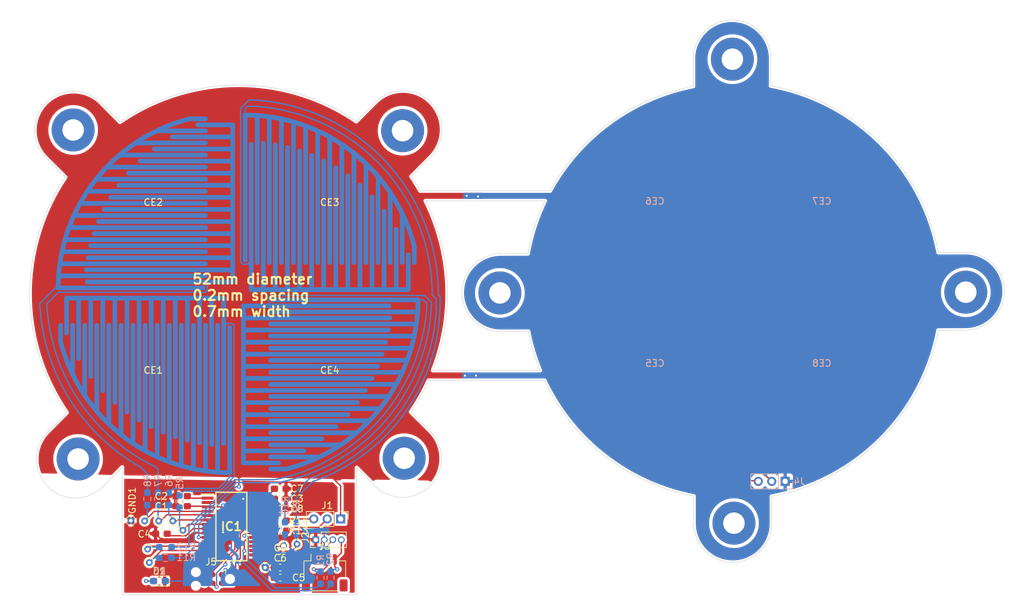
<source format=kicad_pcb>
(kicad_pcb (version 20241229) (generator "pcbnew") (generator_version "9.0")
  (layers (0 "F.Cu" signal) (2 "B.Cu" signal) (13 "F.Paste" user) (15 "B.Paste" user) (5 "F.SilkS" user "F.Silkscreen") (7 "B.SilkS" user "B.Silkscreen") (1 "F.Mask" user) (3 "B.Mask" user) (25 "Edge.Cuts" user))
  (net 0 "")
  (net 1 "Net-(IC1-VCCD)")
  (net 2 "GND")
  (net 3 "VDD")
  (net 4 "Net-(IC1-P5.2)")
  (net 5 "Net-(IC1-P5.3)")
  (net 6 "Net-(IC1-P5.0)")
  (net 7 "Net-(CE1-Pad2)")
  (net 8 "Net-(CE1-Pad1)")
  (net 9 "Net-(CE2-Pad2)")
  (net 10 "Net-(CE2-Pad1)")
  (net 15 "Net-(CE3-Pad1)")
  (net 16 "Net-(CE3-Pad2)")
  (net 17 "Net-(CE4-Pad1)")
  (net 18 "Net-(CE4-Pad2)")
  (net 19 "CAP3B")
  (net 20 "CAP2A")
  (net 21 "Net-(J1-Pin_3)")
  (net 22 "Net-(IC1-P0.1)")
  (net 27 "CAP0B")
  (net 28 "/RESET")
  (net 29 "Net-(IC1-P3.7)")
  (net 30 "CAP0A")
  (net 31 "CAP4A")
  (net 32 "Net-(IC1-P0.0)")
  (net 33 "CAP1A")
  (net 34 "CAP2B")
  (net 35 "CAP4B")
  (net 36 "Net-(IC1-P3.6)")
  (net 37 "CAP1B")
  (net 38 "CAP3A")
  (net 39 "SCL")
  (net 40 "SDA")
  (net 41 "SHIELD")
  (net 42 "Net-(J1-Pin_2)")
  (net 45 "Net-(D1-A)")
  (footprint "ECE382N:07W_02S_52D_COIL_BACK" (layer "F.Cu") (at 114.498103 83.585625 180)
    (property "Reference" "CE2")
    (property "Value" "C")
  )
  (footprint "MountingHole:MountingHole_3.2mm_M3_Pad" (layer "F.Cu") (at 154.300603 84.326125)
    (property "Reference" "H8" (hide yes))
    (property "Value" "~")
  )
  (footprint "ECE382N:07W_02S_52D_COIL_BACK" (layer "F.Cu") (at 116.353103 83.835625 90)
    (property "Reference" "CE3")
    (property "Value" "C")
  )
  (footprint "Capacitor_SMD:C_0603_1608Metric_Pad1.08x0.95mm_HandSolder" (layer "F.Cu") (at 103.875603 120.196125 180)
    (property "Reference" "C4")
    (property "Value" "0.1uF")
  )
  (footprint "TestPoint:TestPoint_THTPad_D1.0mm_Drill0.5mm" (layer "F.Cu") (at 105.575603 118.296125)
    (property "Reference" "TP2" (hide yes))
    (property "Value" "TestPoint")
  )
  (footprint "MountingHole:MountingHole_3.2mm_M3_Pad" (layer "F.Cu") (at 188.940603 49.506125)
    (property "Reference" "H5" (hide yes))
    (property "Value" "~")
  )
  (footprint "LED_SMD:LED_0603_1608Metric" (layer "F.Cu") (at 103.575603 127.246125 180)
    (property "Reference" "D1")
    (property "Value" "LED")
  )
  (footprint "Resistor_SMD:R_0603_1608Metric_Pad0.98x0.95mm_HandSolder" (layer "F.Cu") (at 121.575603 118.246125)
    (property "Reference" "R14")
    (property "Value" "560")
  )
  (footprint "Connector_PinHeader_1.27mm:PinHeader_1x04_P1.27mm_Vertical" (layer "F.Cu") (at 126.870603 121.096125 90)
    (property "Reference" "J2")
    (property "Value" "Conn_01x04")
  )
  (footprint "Capacitor_SMD:C_0603_1608Metric_Pad1.08x0.95mm_HandSolder" (layer "F.Cu") (at 106.875603 116.096125 180)
    (property "Reference" "C1")
    (property "Value" "0.1uF")
  )
  (footprint "ECE382N:07W_02S_52D_COIL_FRONT" (layer "F.Cu") (at 188.255603 83.145125 180)
    (property "Reference" "CE6")
    (property "Value" "C")
  )
  (footprint "TestPoint:TestPoint_THTPad_D1.0mm_Drill0.5mm" (layer "F.Cu") (at 103.475603 118.296125 180)
    (property "Reference" "TP3" (hide yes))
    (property "Value" "TestPoint")
  )
  (footprint "ECE382N:07W_02S_52D_COIL_FRONT" (layer "F.Cu") (at 190.110603 83.395125 90)
    (property "Reference" "CE7")
    (property "Value" "C")
  )
  (footprint "Capacitor_SMD:C_0603_1608Metric_Pad1.08x0.95mm_HandSolder" (layer "F.Cu") (at 121.575603 114.996125)
    (property "Reference" "C3")
    (property "Value" "2.2n")
  )
  (footprint "TestPoint:TestPoint_THTPad_D1.0mm_Drill0.5mm" (layer "F.Cu") (at 101.825603 122.496125 180)
    (property "Reference" "TP8" (hide yes))
    (property "Value" "TestPoint")
  )
  (footprint "MountingHole:MountingHole_3.2mm_M3_Pad" (layer "F.Cu") (at 90.730603 60.046125)
    (property "Reference" "H1" (hide yes))
    (property "Value" "~")
  )
  (footprint "Connector_PinHeader_2.00mm:PinHeader_1x03_P2.00mm_Vertical" (layer "F.Cu") (at 130.575603 117.996125 -90)
    (property "Reference" "J1")
    (property "Value" "Conn_01x03")
  )
  (footprint "Connector_JST:JST_SH_SM04B-SRSS-TB_1x04-1MP_P1.00mm_Horizontal" (layer "F.Cu") (at 128.213404 126.022534)
    (property "Reference" "J3")
    (property "Value" "Conn_01x04")
  )
  (footprint "MountingHole:MountingHole_3.2mm_M3_Pad" (layer "F.Cu") (at 223.710603 84.216125)
    (property "Reference" "H6" (hide yes))
    (property "Value" "~")
  )
  (footprint "ECE382N:SOP65P780X200-28N" (layer "F.Cu") (at 114.299108 119.121125)
    (property "Reference" "IC1")
    (property "Value" "CY8C4145PVI-PS431" (hide yes))
  )
  (footprint "TestPoint:TestPoint_THTPad_D1.0mm_Drill0.5mm" (layer "F.Cu") (at 101.375603 118.296125 180)
    (property "Reference" "TP4" (hide yes))
    (property "Value" "TestPoint")
  )
  (footprint "MountingHole:MountingHole_3.2mm_M3_Pad" (layer "F.Cu") (at 140.040603 108.956125)
    (property "Reference" "H4" (hide yes))
    (property "Value" "~")
  )
  (footprint "ECE382N:07W_02S_52D_COIL_BACK" (layer "F.Cu") (at 114.048103 85.096625 -90)
    (property "Reference" "CE1")
    (property "Value" "C")
  )
  (footprint "TestPoint:TestPoint_THTPad_D1.0mm_Drill0.5mm" (layer "F.Cu") (at 124.075603 121.746125 90)
    (property "Reference" "TP5" (hide yes))
    (property "Value" "TestPoint")
  )
  (footprint "TestPoint:TestPoint_THTPad_D1.0mm_Drill0.5mm" (layer "F.Cu") (at 122.075603 121.996125)
    (property "Reference" "TP6" (hide yes))
    (property "Value" "TestPoint")
  )
  (footprint "ECE382N:07W_02S_52D_COIL_BACK" (layer "F.Cu") (at 116.103103 85.356625)
    (property "Reference" "CE4")
    (property "Value" "C")
  )
  (footprint "Capacitor_SMD:C_0603_1608Metric_Pad1.08x0.95mm_HandSolder" (layer "F.Cu") (at 121.575603 116.496125)
    (property "Reference" "C8")
    (property "Value" "470n")
  )
  (footprint "TestPoint:TestPoint_THTPad_D1.0mm_Drill0.5mm" (layer "F.Cu") (at 102.075603 124.496125 180)
    (property "Reference" "TP7" (hide yes))
    (property "Value" "TestPoint")
  )
  (footprint "ECE382N:07W_02S_52D_COIL_FRONT" (layer "F.Cu") (at 189.860603 84.916125)
    (property "Reference" "CE8")
    (property "Value" "C")
  )
  (footprint "Connector:Tag-Connect_TC2030-IDC-NL_2x03_P1.27mm_Vertical" (layer "F.Cu") (at 111.545603 126.935 180)
    (property "Reference" "J5")
    (property "Value" "Conn_ARM_SWD_TagConnect_TC2030-NL")
  )
  (footprint "TestPoint:TestPoint_THTPad_D1.0mm_Drill0.5mm" (layer "F.Cu") (at 119.325603 125.246125 180)
    (property "Reference" "VDDD1" (hide yes))
    (property "Value" "TestPoint")
  )
  (footprint "ECE382N:07W_02S_52D_COIL_FRONT" (layer "F.Cu") (at 187.805603 84.656125 -90)
    (property "Reference" "CE5")
    (property "Value" "C")
  )
  (footprint "Capacitor_SMD:C_0603_1608Metric_Pad1.08x0.95mm_HandSolder" (layer "F.Cu") (at 121.575603 126.746125)
    (property "Reference" "C5")
    (property "Value" "470n")
  )
  (footprint "MountingHole:MountingHole_3.2mm_M3_Pad" (layer "F.Cu") (at 91.470603 109.066125)
    (property "Reference" "H3" (hide yes))
    (property "Value" "~")
  )
  (footprint "MountingHole:MountingHole_3.2mm_M3_Pad" (layer "F.Cu") (at 189.170603 118.626125)
    (property "Reference" "H7" (hide yes))
    (property "Value" "~")
  )
  (footprint "TestPoint:TestPoint_THTPad_D1.0mm_Drill0.5mm" (layer "F.Cu") (at 99.325603 118.246125 -90)
    (property "Reference" "GND1")
    (property "Value" "TestPoint")
  )
  (footprint "Resistor_SMD:R_0603_1608Metric_Pad0.98x0.95mm_HandSolder" (layer "F.Cu") (at 121.575603 119.746125)
    (property "Reference" "R13")
    (property "Value" "560")
  )
  (footprint "Capacitor_SMD:C_0603_1608Metric_Pad1.08x0.95mm_HandSolder" (layer "F.Cu") (at 121.575603 123.746125)
    (property "Reference" "C9")
    (property "Value" "0.1uF")
  )
  (footprint "Capacitor_SMD:C_0603_1608Metric_Pad1.08x0.95mm_HandSolder" (layer "F.Cu") (at 106.875603 114.596125 180)
    (property "Reference" "C2")
    (property "Value" "0.1uF")
  )
  (footprint "Capacitor_SMD:C_0603_1608Metric_Pad1.08x0.95mm_HandSolder" (layer "F.Cu") (at 121.575603 113.496125)
    (property "Reference" "C7")
    (property "Value" "470n")
  )
  (footprint "Capacitor_SMD:C_0603_1608Metric_Pad1.08x0.95mm_HandSolder" (layer "F.Cu") (at 121.575603 125.246125)
    (property "Reference" "C6")
    (property "Value" "470n")
  )
  (footprint "MountingHole:MountingHole_3.2mm_M3_Pad" (layer "F.Cu") (at 139.810603 60.156125)
    (property "Reference" "H2" (hide yes))
    (property "Value" "~")
  )
  (footprint "TestPoint:TestPoint_THTPad_D1.0mm_Drill0.5mm" (layer "F.Cu") (at 107.075603 119.696125)
    (property "Reference" "TP1" (hide yes))
    (property "Value" "TestPoint")
  )
  (footprint "Resistor_SMD:R_0603_1608Metric_Pad0.98x0.95mm_HandSolder" (layer "B.Cu") (at 104.475603 123.796125)
    (property "Reference" "R11")
    (property "Value" "560")
  )
  (footprint "Connector_PinHeader_2.00mm:PinHeader_1x03_P2.00mm_Vertical" (layer "B.Cu") (at 196.8 112.4 90)
    (property "Reference" "J4")
    (property "Value" "Conn_01x03")
  )
  (footprint "Resistor_SMD:R_0603_1608Metric_Pad0.98x0.95mm_HandSolder" (layer "B.Cu") (at 106.575603 115.396125 90)
    (property "Reference" "R5")
    (property "Value" "560")
  )
  (footprint "Resistor_SMD:R_0603_1608Metric_Pad0.98x0.95mm_HandSolder" (layer "B.Cu") (at 101.775603 114.996125 90)
    (property "Reference" "R8")
    (property "Value" "560")
  )
  (footprint "Resistor_SMD:R_0603_1608Metric_Pad0.98x0.95mm_HandSolder" (layer "B.Cu") (at 104.475603 122.196125)
    (property "Reference" "R12")
    (property "Value" "560")
  )
  (footprint "Resistor_SMD:R_0603_1608Metric_Pad0.98x0.95mm_HandSolder" (layer "B.Cu") (at 104.975603 114.996125 90)
    (property "Reference" "R6")
    (property "Value" "560")
  )
  (footprint "Resistor_SMD:R_0603_1608Metric_Pad0.98x0.95mm_HandSolder" (layer "B.Cu") (at 103.575603 127.246125 180)
    (property "Reference" "R3")
    (property "Value" "560")
  )
  (footprint "Resistor_SMD:R_0603_1608Metric_Pad0.98x0.95mm_HandSolder" (layer "B.Cu") (at 127.575603 126.746125 90)
    (property "Reference" "R1")
    (property "Value" "560")
  )
  (footprint "Resistor_SMD:R_0603_1608Metric_Pad0.98x0.95mm_HandSolder" (layer "B.Cu") (at 122.275603 119.396125 90)
    (property "Reference" "R10")
    (property "Value" "560")
  )
  (footprint "Resistor_SMD:R_0603_1608Metric_Pad0.98x0.95mm_HandSolder" (layer "B.Cu") (at 103.375603 114.996125 90)
    (property "Reference" "R7")
    (property "Value" "560")
  )
  (footprint "Resistor_SMD:R_0603_1608Metric_Pad0.98x0.95mm_HandSolder" (layer "B.Cu") (at 129.075603 126.746125 90)
    (property "Reference" "R2")
    (property "Value" "560")
  )
  (footprint "Resistor_SMD:R_0603_1608Metric_Pad0.98x0.95mm_HandSolder" (layer "B.Cu") (at 123.975603 119.396125 90)
    (property "Reference" "R9")
    (property "Value" "560")
  )
  (gr_arc (start 183.958912 112.025601) (mid 169.846686 63.027486) (end 217.4 81.43) (stroke (width 0.2)) (layer "F.Cu") (net 21))
  (gr_arc (start 144.841534 86.487411) (mid 139.3 102.15) (end 125.910603 111.986125) (stroke (width 0.2)) (layer "B.Cu") (net 16))
  (gr_arc (start 143.365011 87.046493) (mid 136.178297 103.414632) (end 120.590603 112.166125) (stroke (width 0.2)) (layer "B.Cu") (net 18))
  (gr_arc (start 100.763454 110.256548) (mid 90.230201 100.19976) (end 85.770603 86.336125) (stroke (width 0.2)) (layer "B.Cu") (net 9))
  (gr_arc (start 103.014512 110.23986) (mid 91.565423 100.324185) (end 86.803738 85.946125) (stroke (width 0.2)) (layer "B.Cu") (net 10))
  (gr_arc (start 145.363761 86.96501) (mid 139.81116 102.625678) (end 126.400603 112.436125) (stroke (width 0.2)) (layer "B.Cu") (net 15))
  (gr_arc (start 117.750603 56.525183) (mid 136.560315 65.317527) (end 144.220256 84.616125) (stroke (width 0.2)) (layer "B.Cu") (net 16))
  (gr_arc (start 117.220603 55.576065) (mid 137.029427 64.473282) (end 145.142125 84.616125) (stroke (width 0.2)) (layer "B.Cu") (net 15))
  (gr_arc (start 144.103438 86.074997) (mid 137.280847 103.318979) (end 121.22 112.59) (stroke (width 0.2)) (layer "B.Cu") (net 17))
  (gr_arc (start 223.651497 78.289511) (mid 229.459757 84.063598) (end 223.685657 89.871859) (stroke (width 0.076)) (layer "Edge.Cuts"))
  (gr_line (start 158.461984 78.481857) (end 154.404418 78.493829) (stroke (width 0.076)) (layer "Edge.Cuts"))
  (gr_arc (start 141.098387 66.97434) (mid 141.786265 68.031544) (end 142.43071 69.115769) (stroke (width 0.076)) (layer "Edge.Cuts"))
  (gr_line (start 194.682781 49.489631) (end 194.666875 53.468563) (stroke (width 0.076)) (layer "Edge.Cuts"))
  (gr_line (start 143.84 104.84) (end 141.030272 102.049989) (stroke (width 0.076)) (layer "Edge.Cuts"))
  (gr_line (start 160.944964 97.363487) (end 143.678563 97.363487) (stroke (width 0.076)) (layer "Edge.Cuts"))
  (gr_arc (start 160.285344 95.868899) (mid 159.271853 93.008977) (end 158.541849 90.063913) (stroke (width 0.076)) (layer "Edge.Cuts"))
  (gr_line (start 144.313293 95.868899) (end 160.285344 95.868899) (stroke (width 0.076)) (layer "Edge.Cuts"))
  (gr_arc (start 154.50133 90.075825) (mid 148.661705 84.3019) (end 154.404418 78.493829) (stroke (width 0.076)) (layer "Edge.Cuts"))
  (gr_line (start 89.580603 67.086125) (end 86.72 64.241158) (stroke (width 0.076)) (layer "Edge.Cuts"))
  (gr_line (start 154.50133 90.075825) (end 158.541849 90.063913) (stroke (width 0.076)) (layer "Edge.Cuts"))
  (gr_line (start 89.795118 102.152737) (end 86.978563 104.98596) (stroke (width 0.076)) (layer "Edge.Cuts"))
  (gr_arc (start 143.678563 97.363487) (mid 142.455996 99.764139) (end 141.030272 102.049989) (stroke (width 0.076)) (layer "Edge.Cuts"))
  (gr_line (start 98.032045 110.279773) (end 98.032045 129.291112) (stroke (width 0.076)) (layer "Edge.Cuts"))
  (gr_arc (start 219.613758 89.883864) (mid 211.022144 106.088748) (end 194.79456 114.63741) (stroke (width 0.076)) (layer "Edge.Cuts"))
  (gr_line (start 161.016654 70.610357) (end 143.225581 70.610357) (stroke (width 0.076)) (layer "Edge.Cuts"))
  (gr_arc (start 135.753366 55.922479) (mid 143.945009 55.896617) (end 143.969165 64.086586) (stroke (width 0.076)) (layer "Edge.Cuts"))
  (gr_line (start 135.756738 55.919088) (end 132.916505 58.776131) (stroke (width 0.076)) (layer "Edge.Cuts"))
  (gr_line (start 135.699468 113.081652) (end 132.970821 110.360303) (stroke (width 0.076)) (layer "Edge.Cuts"))
  (gr_arc (start 183.187911 114.605833) (mid 170.004705 108.644333) (end 160.944964 97.363487) (stroke (width 0.076)) (layer "Edge.Cuts"))
  (gr_arc (start 158.461984 78.481857) (mid 159.47635 74.460762) (end 161.016654 70.610357) (stroke (width 0.076)) (layer "Edge.Cuts"))
  (gr_line (start 98.032045 129.291112) (end 132.970821 129.291112) (stroke (width 0.076)) (layer "Edge.Cuts"))
  (gr_line (start 219.613758 89.883864) (end 223.685657 89.871859) (stroke (width 0.076)) (layer "Edge.Cuts"))
  (gr_line (start 183.193351 118.668423) (end 183.187911 114.605833) (stroke (width 0.076)) (layer "Edge.Cuts"))
  (gr_arc (start 194.666875 53.468563) (mid 210.998023 62.013559) (end 219.625303 78.30139) (stroke (width 0.076)) (layer "Edge.Cuts"))
  (gr_line (start 94.906774 56.040454) (end 97.708772 58.864943) (stroke (width 0.076)) (layer "Edge.Cuts"))
  (gr_line (start 183.106139 53.534334) (end 183.100623 49.414925) (stroke (width 0.076)) (layer "Edge.Cuts"))
  (gr_arc (start 161.783891 69.115769) (mid 170.709203 58.949699) (end 183.106139 53.534334) (stroke (width 0.076)) (layer "Edge.Cuts"))
  (gr_line (start 194.8 118.7) (end 194.79456 114.63741) (stroke (width 0.076)) (layer "Edge.Cuts"))
  (gr_arc (start 97.70877 58.864942) (mid 115.298862 53.359302) (end 132.916506 58.776129) (stroke (width 0.076)) (layer "Edge.Cuts"))
  (gr_arc (start 143.225581 70.610357) (mid 146.451599 83.124126) (end 144.313292 95.868899) (stroke (width 0.076)) (layer "Edge.Cuts"))
  (gr_arc (start 95.192553 113.151649) (mid 86.980664 113.197973) (end 86.978563 104.98596) (stroke (width 0.076)) (layer "Edge.Cuts"))
  (gr_arc (start 89.795116 102.152738) (mid 84.274824 84.652545) (end 89.580603 67.086125) (stroke (width 0.076)) (layer "Edge.Cuts"))
  (gr_arc (start 143.84 104.84) (mid 143.91681 113.058731) (end 135.697756 113.082845) (stroke (width 0.076)) (layer "Edge.Cuts"))
  (gr_arc (start 86.72 64.241158) (mid 86.682853 56.013288) (end 94.910774 56.036519) (stroke (width 0.076)) (layer "Edge.Cuts"))
  (gr_arc (start 194.8 118.7) (mid 188.980924 124.473576) (end 183.193351 118.668423) (stroke (width 0.076)) (layer "Edge.Cuts"))
  (gr_line (start 141.098387 66.97434) (end 143.969165 64.086586) (stroke (width 0.076)) (layer "Edge.Cuts"))
  (gr_line (start 223.651497 78.289511) (end 219.625303 78.30139) (stroke (width 0.076)) (layer "Edge.Cuts"))
  (gr_line (start 132.970821 129.291112) (end 132.970821 110.360303) (stroke (width 0.076)) (layer "Edge.Cuts"))
  (gr_line (start 95.192553 113.151649) (end 98.032045 110.279773) (stroke (width 0.076)) (layer "Edge.Cuts"))
  (gr_line (start 142.43071 69.115769) (end 161.783891 69.115769) (stroke (width 0.076)) (layer "Edge.Cuts"))
  (gr_arc (start 183.100623 49.414925) (mid 188.883947 43.661254) (end 194.682781 49.489631) (stroke (width 0.076)) (layer "Edge.Cuts"))
  (gr_text "52mm diameter\n0.2mm spacing\n0.7mm width" (at 108.34 87.98 0) (layer "F.SilkS") (effects (font (size 1.5 1.5) (thickness 0.3) (bold yes)) (justify left bottom)))
  (segment (start 108.175603 114.896125) (end 110.761108 114.896125) (width 0.2) (layer "F.Cu") (net 1))
  (segment (start 110.761108 120.096125) (end 108.508389 120.096125) (width 0.2) (layer "F.Cu") (net 2))
  (segment (start 126.870603 123.865335) (end 126.713404 124.022534) (width 0.2) (layer "F.Cu") (net 2))
  (segment (start 126.870603 121.096125) (end 126.870603 123.865335) (width 0.2) (layer "F.Cu") (net 2))
  (segment (start 129.599603 119.270125) (end 129.599603 115.520125) (width 0.2) (layer "F.Cu") (net 2))
  (segment (start 108.508389 120.096125) (end 107.632389 120.972125) (width 0.2) (layer "F.Cu") (net 2))
  (segment (start 107.632389 120.972125) (end 103.789102 120.972125) (width 0.2) (layer "F.Cu") (net 2))
  (segment (start 103.789102 120.972125) (end 103.013102 120.196125) (width 0.2) (layer "F.Cu") (net 2))
  (segment (start 113.075603 114.996125) (end 114.075603 114.996125) (width 0.2) (layer "F.Cu") (net 2))
  (segment (start 110.761108 115.546125) (end 112.525603 115.546125) (width 0.2) (layer "F.Cu") (net 2))
  (segment (start 112.525603 115.546125) (end 113.075603 114.996125) (width 0.2) (layer "F.Cu") (net 2))
  (via (at 114.075603 121.996125) (size 0.6) (drill 0.3) (layers "F.Cu" "B.Cu") (net 2))
  (via (at 115.559888 124.76184) (size 0.6) (drill 0.3) (layers "F.Cu" "B.Cu") (net 2))
  (segment (start 115.184888 123.494888) (end 114.075603 122.385603) (width 0.4) (layer "B.Cu") (net 2))
  (segment (start 114.075603 122.385603) (end 114.075603 121.996125) (width 0.4) (layer "B.Cu") (net 2))
  (segment (start 115.559888 124.76184) (end 115.184888 124.38684) (width 0.4) (layer "B.Cu") (net 2))
  (segment (start 115.184888 124.38684) (end 115.184888 123.494888) (width 0.4) (layer "B.Cu") (net 2))
  (segment (start 110.761108 116.196125) (end 112.875603 116.196125) (width 0.2) (layer "F.Cu") (net 3))
  (segment (start 110.661108 116.096125) (end 110.761108 116.196125) (width 0.2) (layer "F.Cu") (net 3))
  (segment (start 107.540289 120.497125) (end 108.591289 119.446125) (width 0.2) (layer "F.Cu") (net 3))
  (segment (start 107.738103 116.096125) (end 109.075603 116.096125) (width 0.2) (layer "F.Cu") (net 3))
  (segment (start 105.039104 120.497125) (end 107.540289 120.497125) (width 0.2) (layer "F.Cu") (net 3))
  (segment (start 120.313103 123.346125) (end 120.713103 123.746125) (width 0.2) (layer "F.Cu") (net 3))
  (segment (start 109.075603 116.096125) (end 110.661108 116.096125) (width 0.2) (layer "F.Cu") (net 3))
  (segment (start 112.525603 119.446125) (end 113.075603 119.996125) (width 0.2) (layer "F.Cu") (net 3))
  (segment (start 108.591289 119.446125) (end 110.761108 119.446125) (width 0.2) (layer "F.Cu") (net 3))
  (segment (start 117.837108 114.896125) (end 116.175603 114.896125) (width 0.2) (layer "F.Cu") (net 3))
  (segment (start 128.140603 121.096125) (end 127.713404 121.523324) (width 0.2) (layer "F.Cu") (net 3))
  (segment (start 116.175603 114.896125) (end 116.075603 114.996125) (width 0.2) (layer "F.Cu") (net 3))
  (segment (start 127.713404 124.022534) (end 127.713404 122.496125) (width 0.2) (layer "F.Cu") (net 3))
  (segment (start 104.738104 120.196125) (end 105.039104 120.497125) (width 0.2) (layer "F.Cu") (net 3))
  (segment (start 113.41592 125.699683) (end 112.815603 126.3) (width 0.2) (layer "F.Cu") (net 3))
  (segment (start 119.325603 125.246125) (end 120.713102 125.246125) (width 0.2) (layer "F.Cu") (net 3))
  (segment (start 112.815603 126.3) (end 112.815603 126.396125) (width 0.2) (layer "F.Cu") (net 3))
  (segment (start 110.761108 119.446125) (end 112.525603 119.446125) (width 0.2) (layer "F.Cu") (net 3))
  (segment (start 112.875603 116.196125) (end 113.075603 115.996125) (width 0.2) (layer "F.Cu") (net 3))
  (segment (start 113.41592 125.582873) (end 113.41592 125.699683) (width 0.2) (layer "F.Cu") (net 3))
  (segment (start 127.713404 121.523324) (end 127.713404 122.496125) (width 0.2) (layer "F.Cu") (net 3))
  (segment (start 120.713102 126.746125) (end 120.713103 123.746125) (width 0.2) (layer "F.Cu") (net 3))
  (segment (start 117.837108 123.346125) (end 120.313103 123.346125) (width 0.2) (layer "F.Cu") (net 3))
  (via (at 113.075603 115.996125) (size 0.6) (drill 0.3) (layers "F.Cu" "B.Cu") (net 3))
  (via (at 127.713404 122.496125) (size 0.6) (drill 0.3) (layers "F.Cu" "B.Cu") (net 3))
  (via (at 113.41592 125.582873) (size 0.6) (drill 0.3) (layers "F.Cu" "B.Cu") (net 3))
  (via (at 113.075603 119.996125) (size 0.6) (drill 0.3) (layers "F.Cu" "B.Cu") (net 3))
  (via (at 116.075603 114.996125) (size 0.6) (drill 0.3) (layers "F.Cu" "B.Cu") (net 3))
  (segment (start 128.140603 121.096125) (end 128.140603 121.931125) (width 0.2) (layer "B.Cu") (net 3))
  (segment (start 128.075603 121.996125) (end 127.575603 122.496125) (width 0.2) (layer "B.Cu") (net 3))
  (segment (start 128.140603 121.931125) (end 128.075603 121.996125) (width 0.2) (layer "B.Cu") (net 3))
  (segment (start 128.140603 121.096125) (end 128.140603 119.561125) (width 0.2) (layer "B.Cu") (net 3))
  (segment (start 104.488103 127.246125) (end 107.325603 127.246125) (width 0.2) (layer "B.Cu") (net 3))
  (segment (start 120.275603 114.733624) (end 118.813102 116.196125) (width 0.2) (layer "F.Cu") (net 4))
  (segment (start 118.813102 116.196125) (end 117.837108 116.196125) (width 0.2) (layer "F.Cu") (net 4))
  (segment (start 117.837108 115.546125) (end 117.888108 115.597125) (width 0.2) (layer "F.Cu") (net 5))
  (segment (start 118.724603 115.597125) (end 120.713102 113.608626) (width 0.2) (layer "F.Cu") (net 5))
  (segment (start 120.713102 113.608626) (end 120.713102 113.496125) (width 0.2) (layer "F.Cu") (net 5))
  (segment (start 117.888108 115.597125) (end 118.724603 115.597125) (width 0.2) (layer "F.Cu") (net 5))
  (segment (start 120.063102 116.846125) (end 117.837108 116.846125) (width 0.2) (layer "F.Cu") (net 6))
  (segment (start 120.475603 116.433624) (end 120.063102 116.846125) (width 0.2) (layer "F.Cu") (net 6))
  (segment (start 105.603103 113.456125) (end 112.37269 113.456125) (width 0.2) (layer "B.Cu") (net 7))
  (segment (start 104.975603 114.083625) (end 105.603103 113.456125) (width 0.2) (layer "B.Cu") (net 7))
  (segment (start 112.37269 113.456125) (end 114.048103 111.780712) (width 0.2) (layer "B.Cu") (net 7))
  (segment (start 114.048103 111.780712) (end 114.048103 100.154625) (width 0.2) (layer "B.Cu") (net 7))
  (segment (start 114.699103 89.152611) (end 114.699103 111.696812) (width 0.2) (layer "B.Cu") (net 8))
  (segment (start 112.20659 113.857125) (end 107.202103 113.857125) (width 0.2) (layer "B.Cu") (net 8))
  (segment (start 112.58979 113.806125) (end 112.53879 113.857125) (width 0.2) (layer "B.Cu") (net 8))
  (segment (start 113.148103 96.096625) (end 113.148103 89.401611) (width 0.2) (layer "B.Cu") (net 8))
  (segment (start 114.214203 112.181712) (end 112.77369 113.622225) (width 0.2) (layer "B.Cu") (net 8))
  (segment (start 112.53879 113.857125) (end 112.20659 113.857125) (width 0.2) (layer "B.Cu") (net 8))
  (segment (start 114.699103 111.696812) (end 114.449103 111.946812) (width 0.2) (layer "B.Cu") (net 8))
  (segment (start 113.148103 89.401611) (end 113.671089 88.878625) (width 0.2) (layer "B.Cu") (net 8))
  (segment (start 112.77369 113.622225) (end 112.58979 113.806125) (width 0.2) (layer "B.Cu") (net 8))
  (segment (start 114.449103 111.946812) (end 114.214203 112.181712) (width 0.2) (layer "B.Cu") (net 8))
  (segment (start 114.425117 88.878625) (end 114.699103 89.152611) (width 0.2) (layer "B.Cu") (net 8))
  (segment (start 113.671089 88.878625) (end 114.425117 88.878625) (width 0.2) (layer "B.Cu") (net 8))
  (segment (start 107.202103 113.857125) (end 106.575603 114.483625) (width 0.2) (layer "B.Cu") (net 8))
  (segment (start 85.770603 85.906125) (end 88.091103 83.585625) (width 0.2) (layer "B.Cu") (net 9))
  (segment (start 101.775603 114.083625) (end 101.775603 111.268697) (width 0.2) (layer "B.Cu") (net 9))
  (segment (start 85.770603 86.336125) (end 85.770603 85.906125) (width 0.2) (layer "B.Cu") (net 9))
  (segment (start 88.091103 83.585625) (end 99.440103 83.585625) (width 0.2) (layer "B.Cu") (net 9))
  (segment (start 101.775603 111.268697) (end 100.763454 110.256548) (width 0.2) (layer "B.Cu") (net 9))
  (segment (start 110.472617 84.206125) (end 110.442117 84.236625) (width 0.2) (layer "B.Cu") (net 10))
  (segment (start 110.716103 83.208611) (end 110.716103 83.962639) (width 0.2) (layer "B.Cu") (net 10))
  (segment (start 110.193117 82.685625) (end 110.442117 82.934625) (width 0.2) (layer "B.Cu") (net 10))
  (segment (start 110.716103 83.962639) (end 110.472617 84.206125) (width 0.2) (layer "B.Cu") (net 10))
  (segment (start 110.442117 82.934625) (end 110.716103 83.208611) (width 0.2) (layer "B.Cu") (net 10))
  (segment (start 103.498103 82.685625) (end 110.193117 82.685625) (width 0.2) (layer "B.Cu") (net 10))
  (segment (start 103.375603 110.600951) (end 103.375603 114.083625) (width 0.2) (layer "B.Cu") (net 10))
  (segment (start 103.014512 110.23986) (end 103.375603 110.600951) (width 0.2) (layer "B.Cu") (net 10))
  (segment (start 110.442117 84.236625) (end 88.513238 84.236625) (width 0.2) (layer "B.Cu") (net 10))
  (segment (start 88.513238 84.236625) (end 86.803738 85.946125) (width 0.2) (layer "B.Cu") (net 10))
  (segment (start 145.390603 84.864603) (end 145.390603 86.966125) (width 0.2) (layer "B.Cu") (net 15))
  (segment (start 123.975603 114.861125) (end 126.400603 112.436125) (width 0.2) (layer "B.Cu") (net 15))
  (segment (start 117.253103 72.835625) (end 117.253103 79.530639) (width 0.2) (layer "B.Cu") (net 15))
  (segment (start 123.975603 118.483625) (end 123.975603 114.861125) (width 0.2) (layer "B.Cu") (net 15))
  (segment (start 115.976089 80.053625) (end 115.678661 79.756197) (width 0.2) (layer "B.Cu") (net 15))
  (segment (start 117.253103 79.530639) (end 116.730117 80.053625) (width 0.2) (layer "B.Cu") (net 15))
  (segment (start 116.930663 55.576065) (end 117.220603 55.576065) (width 0.2) (layer "B.Cu") (net 15))
  (segment (start 115.678661 79.756197) (end 115.678661 56.828067) (width 0.2) (layer "B.Cu") (net 15))
  (segment (start 115.678661 56.828067) (end 116.930663 55.576065) (width 0.2) (layer "B.Cu") (net 15))
  (segment (start 116.730117 80.053625) (end 115.976089 80.053625) (width 0.2) (layer "B.Cu") (net 15))
  (segment (start 145.142125 84.616125) (end 145.390603 84.864603) (width 0.2) (layer "B.Cu") (net 15))
  (segment (start 116.353103 56.911538) (end 116.739458 56.525183) (width 0.2) (layer "B.Cu") (net 16))
  (segment (start 144.220256 84.616125) (end 144.810603 85.206472) (width 0.2) (layer "B.Cu") (net 16))
  (segment (start 144.810603 85.206472) (end 144.810603 86.486125) (width 0.2) (layer "B.Cu") (net 16))
  (segment (start 116.353103 68.777625) (end 116.079661 68.504183) (width 0.2) (layer "B.Cu") (net 16))
  (segment (start 122.275603 115.621125) (end 125.910603 111.986125) (width 0.2) (layer "B.Cu") (net 16))
  (segment (start 116.739458 56.525183) (end 117.750603 56.525183) (width 0.2) (layer "B.Cu") (net 16))
  (segment (start 122.275603 118.483625) (end 122.275603 115.621125) (width 0.2) (layer "B.Cu") (net 16))
  (segment (start 116.353103 68.777625) (end 116.353103 56.911538) (width 0.2) (layer "B.Cu") (net 16))
  (segment (start 122.375603 118.383625) (end 122.275603 118.483625) (width 0.2) (layer "B.Cu") (net 16))
  (segment (start 115.030603 112.586125) (end 120.443927 112.586125) (width 0.2) (layer "B.Cu") (net 17))
  (segment (start 108.775603 122.196125) (end 108.775603 118.841125) (width 0.2) (layer "B.Cu") (net 17))
  (segment (start 144.130603 85.726125) (end 144.130603 86.076125) (width 0.2) (layer "B.Cu") (net 17))
  (segment (start 120.408089 86.256625) (end 119.885103 85.733639) (width 0.2) (layer "B.Cu") (net 17))
  (segment (start 127.103103 86.256625) (end 120.408089 86.256625) (width 0.2) (layer "B.Cu") (net 17))
  (segment (start 120.443927 112.586125) (end 121.236616 112.586125) (width 0.2) (layer "B.Cu") (net 17))
  (segment (start 143.110103 84.705625) (end 144.130603 85.726125) (width 0.2) (layer "B.Cu") (net 17))
  (segment (start 119.885103 84.979611) (end 120.159089 84.705625) (width 0.2) (layer "B.Cu") (net 17))
  (segment (start 105.388103 123.796125) (end 107.175603 123.796125) (width 0.2) (layer "B.Cu") (net 17))
  (segment (start 119.885103 85.733639) (end 119.885103 84.979611) (width 0.2) (layer "B.Cu") (net 17))
  (segment (start 108.775603 118.841125) (end 115.030603 112.586125) (width 0.2) (layer "B.Cu") (net 17))
  (segment (start 107.175603 123.796125) (end 108.775603 122.196125) (width 0.2) (layer "B.Cu") (net 17))
  (segment (start 120.159089 84.705625) (end 143.110103 84.705625) (width 0.2) (layer "B.Cu") (net 17))
  (segment (start 112.04049 114.976238) (end 112.04049 114.922524) (width 0.2) (layer "B.Cu") (net 18))
  (segment (start 131.161103 85.356625) (end 142.864003 85.356625) (width 0.2) (layer "B.Cu") (net 18))
  (segment (start 143.400603 85.893225) (end 143.400603 86.986125) (width 0.2) (layer "B.Cu") (net 18))
  (segment (start 112.04049 114.976238) (end 107.975603 119.041125) (width 0.2) (layer "B.Cu") (net 18))
  (segment (start 142.864003 85.356625) (end 143.400603 85.893225) (width 0.2) (layer "B.Cu") (net 18))
  (segment (start 120.581027 112.156125) (end 114.80689 112.156125) (width 0.2) (layer "B.Cu") (net 18))
  (segment (start 107.975603 122.196125) (end 105.388103 122.196125) (width 0.2) (layer "B.Cu") (net 18))
  (segment (start 114.80689 112.156125) (end 112.808746 114.154268) (width 0.2) (layer "B.Cu") (net 18))
  (segment (start 107.975603 119.041125) (end 107.975603 122.196125) (width 0.2) (layer "B.Cu") (net 18))
  (segment (start 112.04049 114.922524) (end 112.808746 114.154268) (width 0.2) (layer "B.Cu") (net 18))
  (segment (start 117.837108 122.046125) (end 117.888108 122.097125) (width 0.2) (layer "F.Cu") (net 19))
  (segment (start 121.974603 122.097125) (end 122.075603 121.996125) (width 0.2) (layer "F.Cu") (net 19))
  (segment (start 117.837108 122.170125) (end 117.837108 122.046125) (width 0.2) (layer "F.Cu") (net 19))
  (segment (start 117.888108 122.097125) (end 121.974603 122.097125) (width 0.2) (layer "F.Cu") (net 19))
  (segment (start 122.275603 121.796125) (end 122.075603 121.996125) (width 0.2) (layer "B.Cu") (net 19))
  (segment (start 122.275603 120.308625) (end 122.275603 121.796125) (width 0.2) (layer "B.Cu") (net 19))
  (segment (start 104.699603 117.372125) (end 103.675603 118.396125) (width 0.2) (layer "F.Cu") (net 20))
  (segment (start 110.637108 117.372125) (end 104.699603 117.372125) (width 0.2) (layer "F.Cu") (net 20))
  (segment (start 110.761108 117.496125) (end 110.637108 117.372125) (width 0.2) (layer "F.Cu") (net 20))
  (segment (start 103.375603 118.196125) (end 103.475603 118.296125) (width 0.2) (layer "B.Cu") (net 20))
  (segment (start 103.375603 115.908625) (end 103.375603 118.196125) (width 0.2) (layer "B.Cu") (net 20))
  (segment (start 103.575603 118.296125) (end 103.675603 118.396125) (width 0.2) (layer "B.Cu") (net 20))
  (segment (start 103.475603 118.296125) (end 103.575603 118.296125) (width 0.2) (layer "B.Cu") (net 20))
  (segment (start 188.037239 111.862761) (end 189.562761 111.862761) (width 0.2) (layer "F.Cu") (net 21))
  (segment (start 122.988103 117.996125) (end 122.488103 118.496125) (width 0.2) (layer "F.Cu") (net 21))
  (segment (start 187.25969 112.126125) (end 184.059436 112.126125) (width 0.2) (layer "F.Cu") (net 21))
  (segment (start 192.7 112.3) (end 192.8 112.4) (width 0.2) (layer "F.Cu") (net 21))
  (segment (start 187.805603 99.714125) (end 187.805603 111.516125) (width 0.2) (layer "F.Cu") (net 21))
  (segment (start 189.562761 111.862761) (end 190 112.3) (width 0.2) (layer "F.Cu") (net 21))
  (segment (start 187.805603 111.516125) (end 187.805603 111.580212) (width 0.2) (layer "F.Cu") (net 21))
  (segment (start 190.110603 59.779472) (end 186.247256 55.916125) (width 0.2) (layer "F.Cu") (net 21))
  (segment (start 190 112.3) (end 192.7 112.3) (width 0.2) (layer "F.Cu") (net 21))
  (segment (start 184.059436 112.126125) (end 183.958912 112.025601) (width 0.2) (layer "F.Cu") (net 21))
  (segment (start 173.197603 83.145125) (end 164.063113 83.145125) (width 0.2) (layer "F.Cu") (net 21))
  (segment (start 187.805603 111.516125) (end 187.805603 111.631125) (width 0.2) (layer "F.Cu") (net 21))
  (segment (start 164.063113 83.145125) (end 160.598273 86.609965) (width 0.2) (layer "F.Cu") (net 21))
  (segment (start 190.110603 68.337125) (end 190.110603 59.779472) (width 0.2) (layer "F.Cu") (net 21))
  (segment (start 126.575603 117.996125) (end 122.988103 117.996125) (width 0.2) (layer "F.Cu") (net 21))
  (segment (start 204.918603 84.916125) (end 214.513875 84.916125) (width 0.2) (layer "F.Cu") (net 21))
  (segment (start 187.805603 111.631125) (end 188.037239 111.862761) (width 0.2) (layer "F.Cu") (net 21))
  (segment (start 186.247256 55.916125) (end 183.910603 55.916125) (width 0.2) (layer "F.Cu") (net 21))
  (segment (start 217.4 82.03) (end 217.4 81.43) (width 0.2) (layer "F.Cu") (net 21))
  (segment (start 214.513875 84.916125) (end 217.4 82.03) (width 0.2) (layer "F.Cu") (net 21))
  (segment (start 187.805603 111.580212) (end 187.25969 112.126125) (width 0.2) (layer "F.Cu") (net 21))
  (segment (start 115.226603 122.645125) (end 115.226603 119.845125) (width 0.2) (layer "F.Cu") (net 22))
  (segment (start 113.41 124.78) (end 113.41 124.461728) (width 0.2) (layer "F.Cu") (net 22))
  (segment (start 116.275603 118.796125) (end 117.837108 118.796125) (width 0.2) (layer "F.Cu") (net 22))
  (segment (start 112.082951 128.113396) (end 112.000561 128.113396) (width 0.2) (layer "F.Cu") (net 22))
  (segment (start 112.096157 128.10019) (end 112.082951 128.113396) (width 0.2) (layer "F.Cu") (net 22))
  (segment (start 115.226603 119.845125) (end 116.275603 118.796125) (width 0.2) (layer "F.Cu") (net 22))
  (segment (start 111.55329 127.666125) (end 111.545603 127.666125) (width 0.2) (layer "F.Cu") (net 22))
  (segment (start 113.41 124.461728) (end 115.226603 122.645125) (width 0.2) (layer "F.Cu") (net 22))
  (segment (start 112.000561 128.113396) (end 111.55329 127.666125) (width 0.2) (layer "F.Cu") (net 22))
  (via (at 112.096157 128.10019) (size 0.6) (drill 0.3) (layers "F.Cu" "B.Cu") (net 22))
  (via (at 113.41 124.78) (size 0.6) (drill 0.3) (layers "F.Cu" "B.Cu") (net 22))
  (segment (start 112.096157 128.10019) (end 112.119284 128.10019) (width 0.2) (layer "B.Cu") (net 22))
  (segment (start 112.096157 126.052693) (end 112.096157 128.10019) (width 0.2) (layer "B.Cu") (net 22))
  (segment (start 113.36885 124.78) (end 112.096157 126.052693) (width 0.2) (layer "B.Cu") (net 22))
  (segment (start 112.119284 128.10019) (end 112.152973 128.066501) (width 0.2) (layer "B.Cu") (net 22))
  (segment (start 113.41 124.78) (end 113.36885 124.78) (width 0.2) (layer "B.Cu") (net 22))
  (segment (start 120.663103 118.496125) (end 120.313103 118.146125) (width 0.2) (layer "F.Cu") (net 27))
  (segment (start 120.313103 118.146125) (end 117.837108 118.146125) (width 0.2) (layer "F.Cu") (net 27))
  (segment (start 111.551973 125.967698) (end 111.551973 125.752655) (width 0.2) (layer "F.Cu") (net 28))
  (segment (start 111.551973 125.752655) (end 114.825603 122.479025) (width 0.2) (layer "F.Cu") (net 28))
  (segment (start 111.578002 125.993726) (end 111.551973 125.967698) (width 0.2) (layer "F.Cu") (net 28))
  (segment (start 111.545603 126.026125) (end 111.578002 125.993726) (width 0.2) (layer "F.Cu") (net 28))
  (segment (start 111.545603 126.396125) (end 111.545603 126.026125) (width 0.2) (layer "F.Cu") (net 28))
  (segment (start 114.825603 122.479025) (end 114.825603 119.44313) (width 0.2) (layer "F.Cu") (net 28))
  (segment (start 116.772608 117.496125) (end 117.837108 117.496125) (width 0.2) (layer "F.Cu") (net 28))
  (segment (start 114.825603 119.44313) (end 116.772608 117.496125) (width 0.2) (layer "F.Cu") (net 28))
  (segment (start 117.787108 120.146125) (end 117.837108 120.096125) (width 0.2) (layer "F.Cu") (net 29))
  (segment (start 116.227603 120.495597) (end 116.577075 120.146125) (width 0.2) (layer "F.Cu") (net 29))
  (segment (start 116.577075 120.146125) (end 117.787108 120.146125) (width 0.2) (layer "F.Cu") (net 29))
  (via (at 116.227603 120.495597) (size 0.6) (drill 0.3) (layers "F.Cu" "B.Cu") (net 29))
  (segment (start 116.28049 120.44271) (end 116.524131 120.44271) (width 0.2) (layer "B.Cu") (net 29))
  (segment (start 116.828603 124.243125) (end 116.825603 124.246125) (width 0.2) (layer "B.Cu") (net 29))
  (segment (start 125.575603 128.246125) (end 126.988103 128.246125) (width 0.2) (layer "B.Cu") (net 29))
  (segment (start 126.988103 128.246125) (end 127.575603 127.658625) (width 0.2) (layer "B.Cu") (net 29))
  (segment (start 116.828603 120.747182) (end 116.828603 124.243125) (width 0.2) (layer "B.Cu") (net 29))
  (segment (start 120.843286 128.263808) (end 125.55792 128.263808) (width 0.2) (layer "B.Cu") (net 29))
  (segment (start 116.825603 124.246125) (end 120.843286 128.263808) (width 0.2) (layer "B.Cu") (net 29))
  (segment (start 125.55792 128.263808) (end 125.575603 128.246125) (width 0.2) (layer "B.Cu") (net 29))
  (segment (start 116.524131 120.44271) (end 116.828603 120.747182) (width 0.2) (layer "B.Cu") (net 29))
  (segment (start 116.227603 120.495597) (end 116.28049 120.44271) (width 0.2) (layer "B.Cu") (net 29))
  (segment (start 119.013103 121.396125) (end 117.837108 121.396125) (width 0.2) (layer "F.Cu") (net 30))
  (segment (start 120.402901 120.006327) (end 119.013103 121.396125) (width 0.2) (layer "F.Cu") (net 30))
  (segment (start 120.670423 120.006327) (end 120.402901 120.006327) (width 0.2) (layer "F.Cu") (net 30))
  (segment (start 110.761108 122.696125) (end 103.875603 122.696125) (width 0.2) (layer "F.Cu") (net 31))
  (segment (start 103.875603 122.696125) (end 102.075603 124.496125) (width 0.2) (layer "F.Cu") (net 31))
  (segment (start 103.563103 123.796125) (end 102.775603 123.796125) (width 0.2) (layer "B.Cu") (net 31))
  (segment (start 102.775603 123.796125) (end 102.075603 124.496125) (width 0.2) (layer "B.Cu") (net 31))
  (segment (start 114.523577 127.79) (end 112.939478 127.79) (width 0.2) (layer "F.Cu") (net 32))
  (segment (start 115.627603 123.844182) (end 114.94 124.531785) (width 0.2) (layer "F.Cu") (net 32))
  (segment (start 117.837108 119.446125) (end 116.375603 119.446125) (width 0.2) (layer "F.Cu") (net 32))
  (segment (start 112.939478 127.79) (end 112.815603 127.666125) (width 0.2) (layer "F.Cu") (net 32))
  (segment (start 114.94 127.373577) (end 114.523577 127.79) (width 0.2) (layer "F.Cu") (net 32))
  (segment (start 116.375603 119.446125) (end 115.627603 120.194125) (width 0.2) (layer "F.Cu") (net 32))
  (segment (start 114.94 124.531785) (end 114.94 127.373577) (width 0.2) (layer "F.Cu") (net 32))
  (segment (start 115.627603 120.194125) (end 115.627603 123.844182) (width 0.2) (layer "F.Cu") (net 32))
  (segment (start 107.175603 119.596125) (end 107.975603 118.796125) (width 0.2) (layer "F.Cu") (net 33))
  (segment (start 107.975603 118.796125) (end 110.761108 118.796125) (width 0.2) (layer "F.Cu") (net 33))
  (segment (start 106.575603 116.308625) (end 106.575603 119.196125) (width 0.2) (layer "B.Cu") (net 33))
  (segment (start 106.575603 119.196125) (end 107.075603 119.696125) (width 0.2) (layer "B.Cu") (net 33))
  (segment (start 101.375603 118.296125) (end 102.799603 116.872125) (width 0.2) (layer "F.Cu") (net 34))
  (segment (start 110.735108 116.872125) (end 110.761108 116.846125) (width 0.2) (layer "F.Cu") (net 34))
  (segment (start 102.799603 116.872125) (end 110.735108 116.872125) (width 0.2) (layer "F.Cu") (net 34))
  (segment (start 101.775603 115.908625) (end 101.775603 117.896125) (width 0.2) (layer "B.Cu") (net 34))
  (segment (start 101.775603 117.896125) (end 101.375603 118.296125) (width 0.2) (layer "B.Cu") (net 34))
  (segment (start 102.275603 122.046125) (end 101.825603 122.496125) (width 0.2) (layer "F.Cu") (net 35))
  (segment (start 110.761108 122.046125) (end 102.275603 122.046125) (width 0.2) (layer "F.Cu") (net 35))
  (segment (start 103.563103 122.196125) (end 102.125603 122.196125) (width 0.2) (layer "B.Cu") (net 35))
  (segment (start 102.125603 122.196125) (end 101.825603 122.496125) (width 0.2) (layer "B.Cu") (net 35))
  (segment (start 116.227603 121.344125) (end 116.825603 120.746125) (width 0.2) (layer "F.Cu") (net 36))
  (segment (start 116.825603 120.746125) (end 117.837108 120.746125) (width 0.2) (layer "F.Cu") (net 36))
  (segment (start 117.772108 120.811125) (end 117.837108 120.746125) (width 0.2) (layer "F.Cu") (net 36))
  (segment (start 116.227603 122.746125) (end 116.227603 121.344125) (width 0.2) (layer "F.Cu") (net 36))
  (via (at 116.227603 122.746125) (size 0.6) (drill 0.3) (layers "F.Cu" "B.Cu") (net 36))
  (segment (start 120.311386 128.664808) (end 128.31942 128.664808) (width 0.2) (layer "B.Cu") (net 36))
  (segment (start 116.075603 124.429025) (end 120.311386 128.664808) (width 0.2) (layer "B.Cu") (net 36))
  (segment (start 116.075603 122.898125) (end 116.075603 124.429025) (width 0.2) (layer "B.Cu") (net 36))
  (segment (start 128.31942 128.664808) (end 129.075603 127.908625) (width 0.2) (layer "B.Cu") (net 36))
  (segment (start 116.227603 122.746125) (end 116.075603 122.898125) (width 0.2) (layer "B.Cu") (net 36))
  (segment (start 106.175603 118.296125) (end 106.325603 118.146125) (width 0.2) (layer "F.Cu") (net 37))
  (segment (start 105.575603 118.296125) (end 106.175603 118.296125) (width 0.2) (layer "F.Cu") (net 37))
  (segment (start 106.325603 118.146125) (end 110.761108 118.146125) (width 0.2) (layer "F.Cu") (net 37))
  (segment (start 105.575603 117.896125) (end 105.575603 118.296125) (width 0.2) (layer "B.Cu") (net 37))
  (segment (start 104.975603 115.908625) (end 104.975603 117.296125) (width 0.2) (layer "B.Cu") (net 37))
  (segment (start 104.975603 117.296125) (end 105.575603 117.896125) (width 0.2) (layer "B.Cu") (net 37))
  (segment (start 117.938108 122.797125) (end 123.274603 122.797125) (width 0.2) (layer "F.Cu") (net 38))
  (segment (start 123.274603 122.797125) (end 124.075603 121.996125) (width 0.2) (layer "F.Cu") (net 38))
  (segment (start 117.837108 122.696125) (end 117.938108 122.797125) (width 0.2) (layer "F.Cu") (net 38))
  (segment (start 124.075603 121.746125) (end 124.075603 121.996125) (width 0.2) (layer "B.Cu") (net 38))
  (segment (start 123.975603 121.646125) (end 124.075603 121.746125) (width 0.2) (layer "B.Cu") (net 38))
  (segment (start 123.975603 120.308625) (end 123.975603 121.646125) (width 0.2) (layer "B.Cu") (net 38))
  (segment (start 129.713404 125.133926) (end 130.075603 125.496125) (width 0.2) (layer "F.Cu") (net 39))
  (segment (start 129.713404 124.022534) (end 129.713404 125.133926) (width 0.2) (layer "F.Cu") (net 39))
  (segment (start 130.680603 123.055335) (end 129.713404 124.022534) (width 0.2) (layer "F.Cu") (net 39))
  (segment (start 130.680603 121.096125) (end 130.680603 123.055335) (width 0.2) (layer "F.Cu") (net 39))
  (via (at 130.075603 125.496125) (size 0.6) (drill 0.3) (layers "F.Cu" "B.Cu") (net 39))
  (segment (start 130.075603 125.496125) (end 129.663103 125.496125) (width 0.2) (layer "B.Cu") (net 39))
  (segment (start 129.663103 125.496125) (end 129.075603 126.083625) (width 0.2) (layer "B.Cu") (net 39))
  (segment (start 126.575603 125.496125) (end 128.075603 125.496125) (width 0.2) (layer "F.Cu") (net 40))
  (segment (start 129.410603 121.096125) (end 128.713404 121.793324) (width 0.2) (layer "F.Cu") (net 40))
  (segment (start 128.075603 125.496125) (end 128.713404 124.858324) (width 0.2) (layer "F.Cu") (net 40))
  (segment (start 128.713404 124.858324) (end 128.713404 124.022534) (width 0.2) (layer "F.Cu") (net 40))
  (segment (start 128.713404 121.793324) (end 128.713404 124.022534) (width 0.2) (layer "F.Cu") (net 40))
  (via (at 126.575603 125.496125) (size 0.6) (drill 0.3) (layers "F.Cu" "B.Cu") (net 40))
  (segment (start 126.575603 125.496125) (end 127.163103 126.083625) (width 0.2) (layer "B.Cu") (net 40))
  (segment (start 127.163103 126.083625) (end 127.575603 126.083625) (width 0.2) (layer "B.Cu") (net 40))
  (segment (start 109.598136 120.73) (end 109.614261 120.746125) (width 0.2) (layer "F.Cu") (net 41))
  (segment (start 109.442452 120.73) (end 109.598136 120.73) (width 0.2) (layer "F.Cu") (net 41))
  (segment (start 115.432629 113.186125) (end 115.432629 111.632629) (width 0.2) (layer "F.Cu") (net 41))
  (segment (start 109.614261 120.746125) (end 110.761108 120.746125) (width 0.2) (layer "F.Cu") (net 41))
  (segment (start 130.575603 113.065824) (end 129.075603 111.565825) (width 0.2) (layer "F.Cu") (net 41))
  (segment (start 130.575603 117.996125) (end 130.575603 113.065824) (width 0.2) (layer "F.Cu") (net 41))
  (segment (start 129.075603 111.565825) (end 129.075603 110.996125) (width 0.2) (layer "F.Cu") (net 41))
  (via (at 150.75 96.636125) (size 0.6) (drill 0.3) (layers "F.Cu" "B.Cu") (net 41))
  (via (at 149.35 69.85) (size 0.6) (drill 0.3) (layers "F.Cu" "B.Cu") (net 41))
  (via (at 109.442452 120.73) (size 0.6) (drill 0.3) (layers "F.Cu" "B.Cu") (net 41))
  (via (at 149.1 96.65) (size 0.6) (drill 0.3) (layers "F.Cu" "B.Cu") (net 41))
  (via (at 115.432629 113.186125) (size 0.6) (drill 0.3) (layers "F.Cu" "B.Cu") (net 41))
  (via (at 151.05 69.956125) (size 0.6) (drill 0.3) (layers "F.Cu" "B.Cu") (net 41))
  (segment (start 109.442452 120.73) (end 109.442452 118.741376) (width 0.2) (layer "B.Cu") (net 41))
  (segment (start 149.456125 69.956125) (end 149.35 69.85) (width 0.2) (layer "B.Cu") (net 41))
  (segment (start 109.442452 118.741376) (end 114.997703 113.186125) (width 0.2) (layer "B.Cu") (net 41))
  (segment (start 151.05 69.956125) (end 149.456125 69.956125) (width 0.2) (layer "B.Cu") (net 41))
  (segment (start 114.997703 113.186125) (end 115.432629 113.186125) (width 0.2) (layer "B.Cu") (net 41))
  (segment (start 149.113875 96.636125) (end 149.1 96.65) (width 0.2) (layer "B.Cu") (net 41))
  (segment (start 150.75 96.636125) (end 149.113875 96.636125) (width 0.2) (layer "B.Cu") (net 41))
  (segment (start 187.428589 88.438125) (end 188.182617 88.438125) (width 0.2) (layer "F.Cu") (net 42))
  (segment (start 193.749999 111.350001) (end 194.699998 112.3) (width 0.2) (layer "F.Cu") (net 42))
  (segment (start 193.499999 111.1) (end 193.749999 111.350001) (width 0.2) (layer "F.Cu") (net 42))
  (segment (start 186.905603 95.656125) (end 186.905603 85.037472) (width 0.2) (layer "F.Cu") (net 42))
  (segment (start 189.209603 111.1) (end 193.499999 111.1) (width 0.2) (layer "F.Cu") (net 42))
  (segment (start 193.749999 111.350001) (end 194.799999 112.4) (width 0.2) (layer "F.Cu") (net 42))
  (segment (start 191.010603 80.932472) (end 191.010603 72.395125) (width 0.2) (layer "F.Cu") (net 42))
  (segment (start 186.905603 95.656125) (end 186.905603 88.961111) (width 0.2) (layer "F.Cu") (net 42))
  (segment (start 127.325603 119.246125) (end 128.575602 117.996126) (width 0.2) (layer "F.Cu") (net 42))
  (segment (start 188.182617 88.438125) (end 189.209603 89.465111) (width 0.2) (layer "F.Cu") (net 42))
  (segment (start 187.604603 82.245125) (end 191.175603 85.816125) (width 0.2) (layer "F.Cu") (net 42))
  (segment (start 177.255603 82.245125) (end 187.604603 82.245125) (width 0.2) (layer "F.Cu") (net 42))
  (segment (start 189.209603 89.465111) (end 189.209603 111.1) (width 0.2) (layer "F.Cu") (net 42))
  (segment (start 122.495423 120.006327) (end 123.255625 119.246125) (width 0.2) (layer "F.Cu") (net 42))
  (segment (start 186.905603 85.037472) (end 191.010603 80.932472) (width 0.2) (layer "F.Cu") (net 42))
  (segment (start 191.175603 85.816125) (end 200.860603 85.816125) (width 0.2) (layer "F.Cu") (net 42))
  (segment (start 123.255625 119.246125) (end 127.325603 119.246125) (width 0.2) (layer "F.Cu") (net 42))
  (segment (start 128.575602 117.996126) (end 128.575602 117.996125) (width 0.2) (layer "F.Cu") (net 42))
  (segment (start 186.905603 88.961111) (end 187.428589 88.438125) (width 0.2) (layer "F.Cu") (net 42))
  (segment (start 102.788102 127.246125) (end 101.575603 127.246125) (width 0.2) (layer "F.Cu") (net 45))
  (via (at 101.575603 127.246125) (size 0.6) (drill 0.3) (layers "F.Cu" "B.Cu") (net 45))
  (segment (start 101.575603 127.246125) (end 102.663103 127.246125) (width 0.2) (layer "B.Cu") (net 45))
  (zone (net 41) (net_name "SHIELD") (layer "F.Cu") (connect_pads (clearance 0.5)) (min_thickness 0.25) (fill yes (thermal_gap 0.5) (thermal_bridge_width 0.5))
    (polygon (pts (xy 79.830603 50.906125) (xy 83.100603 111.126125) (xy 151.070603 112.756125) (xy 151.990603 52.796125)))
  )
  (zone (net 2) (net_name "GND") (layer "F.Cu") (connect_pads (clearance 0.35)) (min_thickness 0.2) (fill yes (thermal_gap 0.4) (thermal_bridge_width 0.5))
    (polygon (pts (xy 83.147416 111.738129) (xy 83.440603 130.626125) (xy 147.870603 130.796125) (xy 148.063596 112.859099)))
  )
  (zone (net 41) (net_name "SHIELD") (layer "B.Cu") (connect_pads (clearance 0.5)) (min_thickness 0.25) (fill yes (thermal_gap 0.5) (thermal_bridge_width 0.5))
    (polygon (pts (xy 148.967067 40.686125) (xy 148.537128 126.323986) (xy 232.400603 126.586125) (xy 231.110603 40.686125)))
  )
  (zone (net 3) (net_name "VDD") (layer "B.Cu") (priority 1) (connect_pads (clearance 0.5)) (min_thickness 0.25) (fill yes (thermal_gap 0.5) (thermal_bridge_width 0.5))
    (polygon (pts (xy 111.825603 113.746125) (xy 107.325603 117.496125) (xy 107.075603 127.996125) (xy 129.075603 127.996125) (xy 128.971262 122.24575) (xy 128.86692 119.246125) (xy 125.075603 119.496125) (xy 120.075603 113.996125)))
  )
)
</source>
